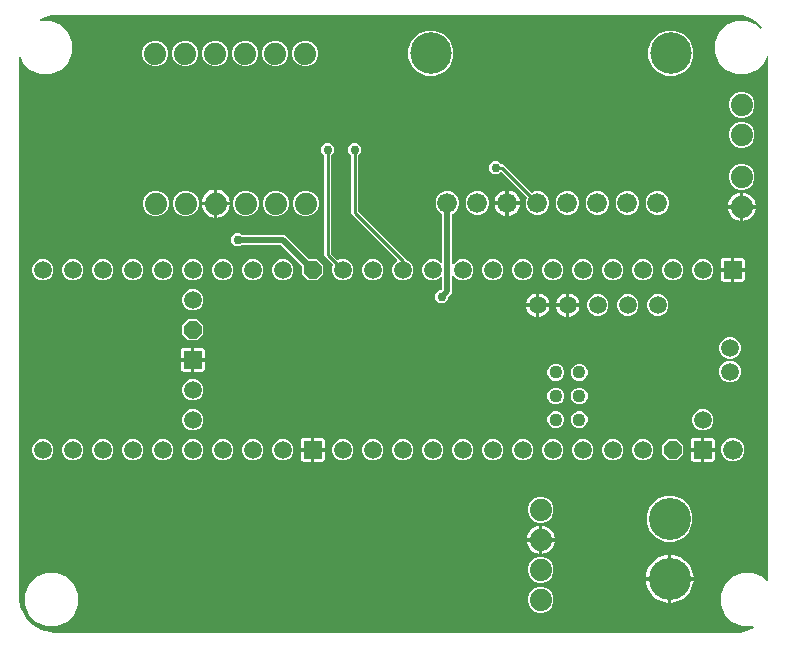
<source format=gbr>
G04 EAGLE Gerber RS-274X export*
G75*
%MOMM*%
%FSLAX34Y34*%
%LPD*%
%INBottom Copper*%
%IPPOS*%
%AMOC8*
5,1,8,0,0,1.08239X$1,22.5*%
G01*
%ADD10R,1.508000X1.508000*%
%ADD11C,1.676400*%
%ADD12P,1.632244X8X292.500000*%
%ADD13C,1.508000*%
%ADD14C,1.108000*%
%ADD15C,3.516000*%
%ADD16C,1.879600*%
%ADD17C,3.556000*%
%ADD18C,0.508000*%
%ADD19C,0.756400*%
%ADD20C,0.254000*%

G36*
X770795Y416693D02*
X770795Y416693D01*
X770866Y416695D01*
X773964Y417116D01*
X773987Y417123D01*
X774109Y417150D01*
X780385Y419310D01*
X780399Y419318D01*
X780414Y419321D01*
X780563Y419399D01*
X782116Y420447D01*
X782132Y420462D01*
X782151Y420472D01*
X782221Y420545D01*
X782295Y420616D01*
X782306Y420634D01*
X782320Y420650D01*
X782363Y420742D01*
X782411Y420832D01*
X782415Y420854D01*
X782424Y420873D01*
X782435Y420974D01*
X782452Y421075D01*
X782449Y421096D01*
X782451Y421117D01*
X782429Y421217D01*
X782413Y421318D01*
X782403Y421337D01*
X782399Y421358D01*
X782346Y421445D01*
X782299Y421536D01*
X782284Y421551D01*
X782273Y421569D01*
X782195Y421635D01*
X782121Y421706D01*
X782102Y421715D01*
X782086Y421729D01*
X781991Y421767D01*
X781899Y421810D01*
X781877Y421813D01*
X781858Y421821D01*
X781691Y421839D01*
X772733Y421839D01*
X764404Y425289D01*
X758029Y431664D01*
X754579Y439993D01*
X754579Y449007D01*
X758029Y457336D01*
X764404Y463711D01*
X772733Y467161D01*
X781747Y467161D01*
X790076Y463711D01*
X793593Y460194D01*
X793651Y460153D01*
X793703Y460103D01*
X793750Y460081D01*
X793792Y460051D01*
X793861Y460030D01*
X793926Y460000D01*
X793978Y459994D01*
X794028Y459978D01*
X794099Y459980D01*
X794170Y459972D01*
X794221Y459983D01*
X794273Y459985D01*
X794341Y460009D01*
X794411Y460025D01*
X794456Y460051D01*
X794504Y460069D01*
X794560Y460114D01*
X794622Y460151D01*
X794656Y460190D01*
X794696Y460223D01*
X794735Y460283D01*
X794782Y460338D01*
X794801Y460386D01*
X794829Y460430D01*
X794847Y460499D01*
X794874Y460566D01*
X794882Y460637D01*
X794890Y460668D01*
X794888Y460692D01*
X794892Y460733D01*
X794892Y903698D01*
X794877Y903794D01*
X794867Y903891D01*
X794857Y903915D01*
X794853Y903941D01*
X794807Y904027D01*
X794767Y904116D01*
X794750Y904135D01*
X794737Y904158D01*
X794667Y904225D01*
X794601Y904297D01*
X794578Y904310D01*
X794559Y904328D01*
X794471Y904369D01*
X794385Y904416D01*
X794360Y904420D01*
X794336Y904431D01*
X794239Y904442D01*
X794143Y904459D01*
X794117Y904456D01*
X794092Y904458D01*
X793996Y904438D01*
X793900Y904424D01*
X793877Y904412D01*
X793851Y904406D01*
X793768Y904356D01*
X793681Y904312D01*
X793662Y904293D01*
X793640Y904280D01*
X793577Y904206D01*
X793509Y904136D01*
X793493Y904108D01*
X793480Y904093D01*
X793468Y904062D01*
X793428Y903990D01*
X791371Y899024D01*
X784996Y892649D01*
X776667Y889199D01*
X767653Y889199D01*
X759324Y892649D01*
X752949Y899024D01*
X749499Y907353D01*
X749499Y916367D01*
X752949Y924696D01*
X759324Y931071D01*
X767653Y934521D01*
X776667Y934521D01*
X784996Y931071D01*
X787881Y928186D01*
X787950Y928136D01*
X788014Y928080D01*
X788050Y928065D01*
X788081Y928042D01*
X788162Y928017D01*
X788241Y927984D01*
X788279Y927981D01*
X788316Y927970D01*
X788401Y927972D01*
X788486Y927966D01*
X788523Y927975D01*
X788562Y927976D01*
X788642Y928006D01*
X788724Y928027D01*
X788757Y928047D01*
X788793Y928061D01*
X788859Y928114D01*
X788931Y928160D01*
X788955Y928190D01*
X788985Y928214D01*
X789031Y928286D01*
X789084Y928353D01*
X789097Y928389D01*
X789118Y928421D01*
X789139Y928504D01*
X789168Y928584D01*
X789169Y928622D01*
X789178Y928660D01*
X789171Y928745D01*
X789173Y928830D01*
X789162Y928867D01*
X789159Y928905D01*
X789126Y928983D01*
X789100Y929065D01*
X789073Y929107D01*
X789063Y929131D01*
X789034Y929167D01*
X789009Y929205D01*
X786486Y932297D01*
X786474Y932307D01*
X786466Y932320D01*
X786341Y932433D01*
X780666Y936523D01*
X780652Y936530D01*
X780640Y936541D01*
X780491Y936617D01*
X773950Y939099D01*
X773927Y939103D01*
X773806Y939138D01*
X770684Y939662D01*
X770651Y939662D01*
X770558Y939672D01*
X191162Y939672D01*
X191133Y939668D01*
X191075Y939667D01*
X187632Y939271D01*
X187601Y939262D01*
X187506Y939246D01*
X180542Y937221D01*
X180541Y937221D01*
X180540Y937220D01*
X180385Y937156D01*
X178211Y935947D01*
X178169Y935914D01*
X178121Y935888D01*
X178073Y935838D01*
X178018Y935795D01*
X177989Y935749D01*
X177952Y935710D01*
X177922Y935647D01*
X177884Y935589D01*
X177871Y935536D01*
X177848Y935487D01*
X177840Y935418D01*
X177823Y935350D01*
X177827Y935296D01*
X177821Y935243D01*
X177836Y935175D01*
X177841Y935105D01*
X177862Y935055D01*
X177873Y935002D01*
X177909Y934942D01*
X177936Y934878D01*
X177972Y934838D01*
X177999Y934791D01*
X178052Y934746D01*
X178098Y934693D01*
X178145Y934666D01*
X178186Y934631D01*
X178251Y934605D01*
X178311Y934570D01*
X178364Y934559D01*
X178414Y934539D01*
X178524Y934527D01*
X178552Y934521D01*
X178563Y934523D01*
X178581Y934521D01*
X187387Y934521D01*
X195716Y931071D01*
X202091Y924696D01*
X205541Y916367D01*
X205541Y907353D01*
X202091Y899024D01*
X195716Y892649D01*
X187387Y889199D01*
X178373Y889199D01*
X170044Y892649D01*
X163669Y899024D01*
X161659Y903877D01*
X161597Y903977D01*
X161534Y904080D01*
X161531Y904083D01*
X161529Y904086D01*
X161437Y904162D01*
X161346Y904239D01*
X161343Y904240D01*
X161340Y904243D01*
X161229Y904285D01*
X161117Y904329D01*
X161114Y904329D01*
X161110Y904331D01*
X160992Y904336D01*
X160872Y904342D01*
X160868Y904341D01*
X160865Y904341D01*
X160750Y904308D01*
X160635Y904276D01*
X160632Y904274D01*
X160628Y904273D01*
X160530Y904204D01*
X160432Y904137D01*
X160429Y904135D01*
X160426Y904132D01*
X160354Y904036D01*
X160283Y903942D01*
X160282Y903938D01*
X160279Y903935D01*
X160242Y903821D01*
X160204Y903708D01*
X160204Y903704D01*
X160203Y903701D01*
X160203Y903688D01*
X160196Y903541D01*
X160250Y902618D01*
X160190Y902446D01*
X160182Y902403D01*
X160166Y902363D01*
X160150Y902216D01*
X160148Y902203D01*
X160148Y902200D01*
X160148Y902196D01*
X160148Y447220D01*
X160151Y447202D01*
X160149Y447171D01*
X160404Y443285D01*
X160409Y443261D01*
X160428Y443137D01*
X162440Y435630D01*
X162446Y435616D01*
X162449Y435600D01*
X162516Y435447D01*
X166402Y428716D01*
X166412Y428704D01*
X166418Y428689D01*
X166523Y428558D01*
X172018Y423063D01*
X172031Y423054D01*
X172041Y423041D01*
X172176Y422942D01*
X178907Y419056D01*
X178921Y419050D01*
X178934Y419041D01*
X179090Y418980D01*
X186597Y416968D01*
X186621Y416966D01*
X186745Y416944D01*
X190631Y416689D01*
X190649Y416691D01*
X190680Y416688D01*
X770763Y416688D01*
X770795Y416693D01*
G37*
%LPC*%
G36*
X183453Y421839D02*
X183453Y421839D01*
X175124Y425289D01*
X168749Y431664D01*
X165299Y439993D01*
X165299Y449007D01*
X168749Y457336D01*
X175124Y463711D01*
X183453Y467161D01*
X192467Y467161D01*
X200796Y463711D01*
X207171Y457336D01*
X210621Y449007D01*
X210621Y439993D01*
X207171Y431664D01*
X200796Y425289D01*
X192467Y421839D01*
X183453Y421839D01*
G37*
%LPD*%
%LPC*%
G36*
X515962Y695733D02*
X515962Y695733D01*
X512853Y698842D01*
X512853Y703238D01*
X515962Y706347D01*
X517403Y706347D01*
X517493Y706361D01*
X517584Y706369D01*
X517614Y706381D01*
X517646Y706386D01*
X517726Y706429D01*
X517810Y706465D01*
X517842Y706491D01*
X517863Y706502D01*
X517885Y706525D01*
X517941Y706570D01*
X518698Y707327D01*
X518751Y707401D01*
X518811Y707470D01*
X518823Y707500D01*
X518842Y707526D01*
X518869Y707613D01*
X518903Y707698D01*
X518907Y707739D01*
X518914Y707762D01*
X518913Y707794D01*
X518921Y707865D01*
X518921Y717624D01*
X518910Y717695D01*
X518908Y717766D01*
X518890Y717815D01*
X518882Y717867D01*
X518848Y717930D01*
X518823Y717997D01*
X518791Y718038D01*
X518766Y718084D01*
X518714Y718133D01*
X518670Y718189D01*
X518626Y718218D01*
X518588Y718253D01*
X518523Y718284D01*
X518463Y718322D01*
X518412Y718335D01*
X518365Y718357D01*
X518294Y718365D01*
X518224Y718383D01*
X518172Y718378D01*
X518121Y718384D01*
X518050Y718369D01*
X517979Y718363D01*
X517931Y718343D01*
X517880Y718332D01*
X517819Y718295D01*
X517753Y718267D01*
X517697Y718222D01*
X517669Y718206D01*
X517654Y718188D01*
X517622Y718162D01*
X515675Y716215D01*
X512343Y714835D01*
X508737Y714835D01*
X505405Y716215D01*
X502855Y718765D01*
X501475Y722097D01*
X501475Y725703D01*
X502855Y729035D01*
X505405Y731585D01*
X508737Y732965D01*
X512343Y732965D01*
X515675Y731585D01*
X517622Y729638D01*
X517680Y729596D01*
X517732Y729547D01*
X517779Y729525D01*
X517821Y729494D01*
X517890Y729473D01*
X517955Y729443D01*
X518007Y729437D01*
X518057Y729422D01*
X518128Y729424D01*
X518199Y729416D01*
X518250Y729427D01*
X518302Y729428D01*
X518370Y729453D01*
X518440Y729468D01*
X518485Y729495D01*
X518533Y729513D01*
X518589Y729558D01*
X518651Y729594D01*
X518685Y729634D01*
X518725Y729666D01*
X518764Y729727D01*
X518811Y729781D01*
X518830Y729829D01*
X518858Y729873D01*
X518876Y729943D01*
X518903Y730009D01*
X518911Y730081D01*
X518919Y730112D01*
X518917Y730135D01*
X518921Y730176D01*
X518921Y770740D01*
X518902Y770855D01*
X518885Y770971D01*
X518883Y770977D01*
X518882Y770983D01*
X518827Y771085D01*
X518774Y771190D01*
X518769Y771195D01*
X518766Y771200D01*
X518682Y771280D01*
X518598Y771362D01*
X518592Y771366D01*
X518588Y771370D01*
X518571Y771377D01*
X518451Y771443D01*
X517374Y771889D01*
X514587Y774676D01*
X513079Y778317D01*
X513079Y782259D01*
X514587Y785900D01*
X517374Y788687D01*
X521015Y790195D01*
X524957Y790195D01*
X528598Y788687D01*
X531385Y785900D01*
X532893Y782259D01*
X532893Y778317D01*
X531385Y774676D01*
X528598Y771889D01*
X527521Y771443D01*
X527421Y771382D01*
X527321Y771322D01*
X527317Y771317D01*
X527312Y771314D01*
X527237Y771224D01*
X527161Y771135D01*
X527159Y771129D01*
X527155Y771124D01*
X527113Y771016D01*
X527069Y770907D01*
X527068Y770899D01*
X527067Y770895D01*
X527066Y770876D01*
X527051Y770740D01*
X527051Y729668D01*
X527062Y729597D01*
X527064Y729526D01*
X527082Y729477D01*
X527090Y729425D01*
X527124Y729362D01*
X527149Y729295D01*
X527181Y729254D01*
X527206Y729208D01*
X527258Y729159D01*
X527302Y729103D01*
X527346Y729074D01*
X527384Y729039D01*
X527449Y729008D01*
X527509Y728970D01*
X527560Y728957D01*
X527607Y728935D01*
X527678Y728927D01*
X527748Y728909D01*
X527800Y728914D01*
X527851Y728908D01*
X527922Y728923D01*
X527993Y728929D01*
X528041Y728949D01*
X528092Y728960D01*
X528153Y728997D01*
X528219Y729025D01*
X528275Y729070D01*
X528303Y729086D01*
X528318Y729104D01*
X528350Y729130D01*
X530805Y731585D01*
X534137Y732965D01*
X537743Y732965D01*
X541075Y731585D01*
X543625Y729035D01*
X545005Y725703D01*
X545005Y722097D01*
X543625Y718765D01*
X541075Y716215D01*
X537743Y714835D01*
X534137Y714835D01*
X530805Y716215D01*
X528350Y718670D01*
X528292Y718712D01*
X528240Y718761D01*
X528193Y718783D01*
X528151Y718814D01*
X528082Y718835D01*
X528017Y718865D01*
X527965Y718871D01*
X527915Y718886D01*
X527844Y718884D01*
X527773Y718892D01*
X527722Y718881D01*
X527670Y718880D01*
X527602Y718855D01*
X527532Y718840D01*
X527487Y718813D01*
X527439Y718795D01*
X527383Y718750D01*
X527321Y718714D01*
X527287Y718674D01*
X527247Y718642D01*
X527208Y718581D01*
X527161Y718527D01*
X527142Y718479D01*
X527114Y718435D01*
X527096Y718365D01*
X527069Y718299D01*
X527061Y718227D01*
X527053Y718196D01*
X527055Y718173D01*
X527051Y718132D01*
X527051Y704182D01*
X523690Y700821D01*
X523637Y700747D01*
X523577Y700678D01*
X523565Y700648D01*
X523546Y700622D01*
X523519Y700535D01*
X523485Y700450D01*
X523481Y700409D01*
X523474Y700386D01*
X523475Y700354D01*
X523467Y700283D01*
X523467Y698842D01*
X520358Y695733D01*
X515962Y695733D01*
G37*
%LPD*%
%LPC*%
G36*
X707360Y493775D02*
X707360Y493775D01*
X700265Y496714D01*
X694834Y502145D01*
X691895Y509240D01*
X691895Y516920D01*
X694834Y524015D01*
X700265Y529446D01*
X707360Y532385D01*
X715040Y532385D01*
X722135Y529446D01*
X727566Y524015D01*
X730505Y516920D01*
X730505Y509240D01*
X727566Y502145D01*
X722135Y496714D01*
X715040Y493775D01*
X707360Y493775D01*
G37*
%LPD*%
%LPC*%
G36*
X708416Y888183D02*
X708416Y888183D01*
X701394Y891092D01*
X696020Y896466D01*
X693111Y903488D01*
X693111Y911088D01*
X696020Y918110D01*
X701394Y923484D01*
X708416Y926393D01*
X716016Y926393D01*
X723038Y923484D01*
X728412Y918110D01*
X731321Y911088D01*
X731321Y903488D01*
X728412Y896466D01*
X723038Y891092D01*
X716016Y888183D01*
X708416Y888183D01*
G37*
%LPD*%
%LPC*%
G36*
X505216Y888183D02*
X505216Y888183D01*
X498194Y891092D01*
X492820Y896466D01*
X489911Y903488D01*
X489911Y911088D01*
X492820Y918110D01*
X498194Y923484D01*
X505216Y926393D01*
X512816Y926393D01*
X519838Y923484D01*
X525212Y918110D01*
X528121Y911088D01*
X528121Y903488D01*
X525212Y896466D01*
X519838Y891092D01*
X512816Y888183D01*
X505216Y888183D01*
G37*
%LPD*%
%LPC*%
G36*
X483337Y714835D02*
X483337Y714835D01*
X480005Y716215D01*
X477455Y718765D01*
X476075Y722097D01*
X476075Y725703D01*
X477455Y729035D01*
X480026Y731605D01*
X480037Y731621D01*
X480053Y731634D01*
X480109Y731721D01*
X480169Y731805D01*
X480175Y731824D01*
X480186Y731841D01*
X480211Y731941D01*
X480242Y732040D01*
X480241Y732060D01*
X480246Y732079D01*
X480238Y732182D01*
X480235Y732286D01*
X480228Y732305D01*
X480227Y732325D01*
X480187Y732419D01*
X480151Y732517D01*
X480138Y732533D01*
X480131Y732551D01*
X480026Y732682D01*
X441705Y771002D01*
X441705Y820475D01*
X441691Y820565D01*
X441683Y820656D01*
X441671Y820685D01*
X441666Y820717D01*
X441623Y820798D01*
X441587Y820882D01*
X441561Y820914D01*
X441550Y820935D01*
X441527Y820957D01*
X441482Y821013D01*
X439193Y823302D01*
X439193Y827698D01*
X442302Y830807D01*
X446698Y830807D01*
X449807Y827698D01*
X449807Y823302D01*
X447518Y821013D01*
X447465Y820939D01*
X447405Y820869D01*
X447393Y820839D01*
X447374Y820813D01*
X447347Y820726D01*
X447313Y820641D01*
X447309Y820600D01*
X447302Y820578D01*
X447303Y820546D01*
X447295Y820475D01*
X447295Y773633D01*
X447309Y773543D01*
X447317Y773452D01*
X447329Y773422D01*
X447334Y773390D01*
X447377Y773310D01*
X447413Y773226D01*
X447439Y773194D01*
X447450Y773173D01*
X447473Y773151D01*
X447518Y773095D01*
X486075Y734538D01*
X488039Y732574D01*
X488092Y732535D01*
X488139Y732489D01*
X488212Y732449D01*
X488238Y732430D01*
X488257Y732424D01*
X488286Y732409D01*
X490275Y731585D01*
X492825Y729035D01*
X494205Y725703D01*
X494205Y722097D01*
X492825Y718765D01*
X490275Y716215D01*
X486943Y714835D01*
X483337Y714835D01*
G37*
%LPD*%
%LPC*%
G36*
X432537Y714835D02*
X432537Y714835D01*
X429205Y716215D01*
X426655Y718765D01*
X425275Y722097D01*
X425275Y725703D01*
X426050Y727573D01*
X426077Y727687D01*
X426105Y727800D01*
X426105Y727807D01*
X426106Y727813D01*
X426095Y727929D01*
X426086Y728046D01*
X426084Y728051D01*
X426083Y728058D01*
X426035Y728165D01*
X425990Y728272D01*
X425985Y728278D01*
X425983Y728282D01*
X425970Y728296D01*
X425885Y728403D01*
X418845Y735442D01*
X418845Y820475D01*
X418831Y820565D01*
X418823Y820656D01*
X418811Y820685D01*
X418806Y820717D01*
X418763Y820798D01*
X418727Y820882D01*
X418701Y820914D01*
X418690Y820935D01*
X418667Y820957D01*
X418622Y821013D01*
X416333Y823302D01*
X416333Y827698D01*
X419442Y830807D01*
X423838Y830807D01*
X426947Y827698D01*
X426947Y823302D01*
X424658Y821013D01*
X424605Y820939D01*
X424545Y820869D01*
X424533Y820839D01*
X424514Y820813D01*
X424487Y820726D01*
X424453Y820641D01*
X424449Y820600D01*
X424442Y820578D01*
X424443Y820546D01*
X424435Y820475D01*
X424435Y738073D01*
X424449Y737983D01*
X424457Y737892D01*
X424469Y737862D01*
X424474Y737830D01*
X424517Y737750D01*
X424553Y737666D01*
X424579Y737634D01*
X424590Y737613D01*
X424613Y737591D01*
X424658Y737535D01*
X429837Y732355D01*
X429932Y732287D01*
X430026Y732217D01*
X430032Y732215D01*
X430037Y732212D01*
X430148Y732177D01*
X430260Y732141D01*
X430266Y732141D01*
X430272Y732139D01*
X430389Y732142D01*
X430506Y732143D01*
X430513Y732145D01*
X430518Y732146D01*
X430535Y732152D01*
X430667Y732190D01*
X432537Y732965D01*
X436143Y732965D01*
X439475Y731585D01*
X442025Y729035D01*
X443405Y725703D01*
X443405Y722097D01*
X442025Y718765D01*
X439475Y716215D01*
X436143Y714835D01*
X432537Y714835D01*
G37*
%LPD*%
%LPC*%
G36*
X405185Y714835D02*
X405185Y714835D01*
X399875Y720145D01*
X399875Y726901D01*
X399861Y726991D01*
X399853Y727082D01*
X399841Y727112D01*
X399836Y727144D01*
X399793Y727224D01*
X399757Y727308D01*
X399731Y727340D01*
X399720Y727361D01*
X399697Y727383D01*
X399652Y727439D01*
X382079Y745012D01*
X382005Y745065D01*
X381936Y745125D01*
X381906Y745137D01*
X381880Y745156D01*
X381793Y745183D01*
X381708Y745217D01*
X381667Y745221D01*
X381644Y745228D01*
X381612Y745227D01*
X381541Y745235D01*
X349195Y745235D01*
X349105Y745221D01*
X349014Y745213D01*
X348985Y745201D01*
X348953Y745196D01*
X348872Y745153D01*
X348788Y745117D01*
X348756Y745091D01*
X348735Y745080D01*
X348713Y745057D01*
X348657Y745012D01*
X347638Y743993D01*
X343242Y743993D01*
X340133Y747102D01*
X340133Y751498D01*
X343242Y754607D01*
X347638Y754607D01*
X348657Y753588D01*
X348731Y753535D01*
X348801Y753475D01*
X348831Y753463D01*
X348857Y753444D01*
X348944Y753417D01*
X349029Y753383D01*
X349070Y753379D01*
X349092Y753372D01*
X349124Y753373D01*
X349195Y753365D01*
X385224Y753365D01*
X387828Y750761D01*
X405401Y733188D01*
X405475Y733135D01*
X405544Y733075D01*
X405574Y733063D01*
X405600Y733044D01*
X405687Y733017D01*
X405772Y732983D01*
X405813Y732979D01*
X405835Y732972D01*
X405868Y732973D01*
X405939Y732965D01*
X412695Y732965D01*
X418005Y727655D01*
X418005Y720145D01*
X412695Y714835D01*
X405185Y714835D01*
G37*
%LPD*%
%LPC*%
G36*
X597215Y770381D02*
X597215Y770381D01*
X593574Y771889D01*
X590787Y774676D01*
X589279Y778317D01*
X589279Y782259D01*
X590251Y784606D01*
X590278Y784719D01*
X590307Y784833D01*
X590306Y784839D01*
X590308Y784845D01*
X590297Y784962D01*
X590288Y785078D01*
X590285Y785084D01*
X590285Y785090D01*
X590237Y785198D01*
X590191Y785304D01*
X590187Y785310D01*
X590185Y785315D01*
X590172Y785328D01*
X590086Y785435D01*
X568862Y806660D01*
X568845Y806672D01*
X568833Y806687D01*
X568746Y806743D01*
X568662Y806804D01*
X568643Y806809D01*
X568626Y806820D01*
X568525Y806846D01*
X568427Y806876D01*
X568407Y806875D01*
X568387Y806880D01*
X568284Y806872D01*
X568181Y806870D01*
X568162Y806863D01*
X568142Y806861D01*
X568047Y806821D01*
X567950Y806785D01*
X567934Y806773D01*
X567916Y806765D01*
X567785Y806660D01*
X566078Y804953D01*
X561682Y804953D01*
X558573Y808062D01*
X558573Y812458D01*
X561682Y815567D01*
X566078Y815567D01*
X568367Y813278D01*
X568441Y813225D01*
X568511Y813165D01*
X568541Y813153D01*
X568567Y813134D01*
X568654Y813107D01*
X568739Y813073D01*
X568780Y813069D01*
X568802Y813062D01*
X568834Y813063D01*
X568905Y813055D01*
X570372Y813055D01*
X594039Y789388D01*
X594133Y789320D01*
X594227Y789250D01*
X594233Y789248D01*
X594239Y789244D01*
X594349Y789210D01*
X594461Y789173D01*
X594468Y789174D01*
X594474Y789172D01*
X594590Y789175D01*
X594707Y789176D01*
X594714Y789178D01*
X594719Y789178D01*
X594737Y789184D01*
X594868Y789223D01*
X597215Y790195D01*
X601157Y790195D01*
X604798Y788687D01*
X607585Y785900D01*
X609093Y782259D01*
X609093Y778317D01*
X607585Y774676D01*
X604798Y771889D01*
X601157Y770381D01*
X597215Y770381D01*
G37*
%LPD*%
%LPC*%
G36*
X769987Y827277D02*
X769987Y827277D01*
X765973Y828940D01*
X762900Y832013D01*
X761237Y836027D01*
X761237Y840373D01*
X762900Y844387D01*
X765973Y847460D01*
X769987Y849123D01*
X774333Y849123D01*
X778347Y847460D01*
X781420Y844387D01*
X783083Y840373D01*
X783083Y836027D01*
X781420Y832013D01*
X778347Y828940D01*
X774333Y827277D01*
X769987Y827277D01*
G37*
%LPD*%
%LPC*%
G36*
X769987Y852677D02*
X769987Y852677D01*
X765973Y854340D01*
X762900Y857413D01*
X761237Y861427D01*
X761237Y865773D01*
X762900Y869787D01*
X765973Y872860D01*
X769987Y874523D01*
X774333Y874523D01*
X778347Y872860D01*
X781420Y869787D01*
X783083Y865773D01*
X783083Y861427D01*
X781420Y857413D01*
X778347Y854340D01*
X774333Y852677D01*
X769987Y852677D01*
G37*
%LPD*%
%LPC*%
G36*
X273671Y895984D02*
X273671Y895984D01*
X269657Y897647D01*
X266584Y900720D01*
X264921Y904734D01*
X264921Y909080D01*
X266584Y913094D01*
X269657Y916167D01*
X273671Y917830D01*
X278017Y917830D01*
X282031Y916167D01*
X285104Y913094D01*
X286767Y909080D01*
X286767Y904734D01*
X285104Y900720D01*
X282031Y897647D01*
X278017Y895984D01*
X273671Y895984D01*
G37*
%LPD*%
%LPC*%
G36*
X349871Y895984D02*
X349871Y895984D01*
X345857Y897647D01*
X342784Y900720D01*
X341121Y904734D01*
X341121Y909080D01*
X342784Y913094D01*
X345857Y916167D01*
X349871Y917830D01*
X354217Y917830D01*
X358231Y916167D01*
X361304Y913094D01*
X362967Y909080D01*
X362967Y904734D01*
X361304Y900720D01*
X358231Y897647D01*
X354217Y895984D01*
X349871Y895984D01*
G37*
%LPD*%
%LPC*%
G36*
X769987Y791717D02*
X769987Y791717D01*
X765973Y793380D01*
X762900Y796453D01*
X761237Y800467D01*
X761237Y804813D01*
X762900Y808827D01*
X765973Y811900D01*
X769987Y813563D01*
X774333Y813563D01*
X778347Y811900D01*
X781420Y808827D01*
X783083Y804813D01*
X783083Y800467D01*
X781420Y796453D01*
X778347Y793380D01*
X774333Y791717D01*
X769987Y791717D01*
G37*
%LPD*%
%LPC*%
G36*
X400671Y895984D02*
X400671Y895984D01*
X396657Y897647D01*
X393584Y900720D01*
X391921Y904734D01*
X391921Y909080D01*
X393584Y913094D01*
X396657Y916167D01*
X400671Y917830D01*
X405017Y917830D01*
X409031Y916167D01*
X412104Y913094D01*
X413767Y909080D01*
X413767Y904734D01*
X412104Y900720D01*
X409031Y897647D01*
X405017Y895984D01*
X400671Y895984D01*
G37*
%LPD*%
%LPC*%
G36*
X599807Y433577D02*
X599807Y433577D01*
X595793Y435240D01*
X592720Y438313D01*
X591057Y442327D01*
X591057Y446673D01*
X592720Y450687D01*
X595793Y453760D01*
X599807Y455423D01*
X604153Y455423D01*
X608167Y453760D01*
X611240Y450687D01*
X612903Y446673D01*
X612903Y442327D01*
X611240Y438313D01*
X608167Y435240D01*
X604153Y433577D01*
X599807Y433577D01*
G37*
%LPD*%
%LPC*%
G36*
X324471Y895984D02*
X324471Y895984D01*
X320457Y897647D01*
X317384Y900720D01*
X315721Y904734D01*
X315721Y909080D01*
X317384Y913094D01*
X320457Y916167D01*
X324471Y917830D01*
X328817Y917830D01*
X332831Y916167D01*
X335904Y913094D01*
X337567Y909080D01*
X337567Y904734D01*
X335904Y900720D01*
X332831Y897647D01*
X328817Y895984D01*
X324471Y895984D01*
G37*
%LPD*%
%LPC*%
G36*
X599807Y458977D02*
X599807Y458977D01*
X595793Y460640D01*
X592720Y463713D01*
X591057Y467727D01*
X591057Y472073D01*
X592720Y476087D01*
X595793Y479160D01*
X599807Y480823D01*
X604153Y480823D01*
X608167Y479160D01*
X611240Y476087D01*
X612903Y472073D01*
X612903Y467727D01*
X611240Y463713D01*
X608167Y460640D01*
X604153Y458977D01*
X599807Y458977D01*
G37*
%LPD*%
%LPC*%
G36*
X400925Y768984D02*
X400925Y768984D01*
X396911Y770647D01*
X393838Y773720D01*
X392175Y777734D01*
X392175Y782080D01*
X393838Y786094D01*
X396911Y789167D01*
X400925Y790830D01*
X405271Y790830D01*
X409285Y789167D01*
X412358Y786094D01*
X414021Y782080D01*
X414021Y777734D01*
X412358Y773720D01*
X409285Y770647D01*
X405271Y768984D01*
X400925Y768984D01*
G37*
%LPD*%
%LPC*%
G36*
X375525Y768984D02*
X375525Y768984D01*
X371511Y770647D01*
X368438Y773720D01*
X366775Y777734D01*
X366775Y782080D01*
X368438Y786094D01*
X371511Y789167D01*
X375525Y790830D01*
X379871Y790830D01*
X383885Y789167D01*
X386958Y786094D01*
X388621Y782080D01*
X388621Y777734D01*
X386958Y773720D01*
X383885Y770647D01*
X379871Y768984D01*
X375525Y768984D01*
G37*
%LPD*%
%LPC*%
G36*
X350125Y768984D02*
X350125Y768984D01*
X346111Y770647D01*
X343038Y773720D01*
X341375Y777734D01*
X341375Y782080D01*
X343038Y786094D01*
X346111Y789167D01*
X350125Y790830D01*
X354471Y790830D01*
X358485Y789167D01*
X361558Y786094D01*
X363221Y782080D01*
X363221Y777734D01*
X361558Y773720D01*
X358485Y770647D01*
X354471Y768984D01*
X350125Y768984D01*
G37*
%LPD*%
%LPC*%
G36*
X299325Y768984D02*
X299325Y768984D01*
X295311Y770647D01*
X292238Y773720D01*
X290575Y777734D01*
X290575Y782080D01*
X292238Y786094D01*
X295311Y789167D01*
X299325Y790830D01*
X303671Y790830D01*
X307685Y789167D01*
X310758Y786094D01*
X312421Y782080D01*
X312421Y777734D01*
X310758Y773720D01*
X307685Y770647D01*
X303671Y768984D01*
X299325Y768984D01*
G37*
%LPD*%
%LPC*%
G36*
X273925Y768984D02*
X273925Y768984D01*
X269911Y770647D01*
X266838Y773720D01*
X265175Y777734D01*
X265175Y782080D01*
X266838Y786094D01*
X269911Y789167D01*
X273925Y790830D01*
X278271Y790830D01*
X282285Y789167D01*
X285358Y786094D01*
X287021Y782080D01*
X287021Y777734D01*
X285358Y773720D01*
X282285Y770647D01*
X278271Y768984D01*
X273925Y768984D01*
G37*
%LPD*%
%LPC*%
G36*
X299071Y895984D02*
X299071Y895984D01*
X295057Y897647D01*
X291984Y900720D01*
X290321Y904734D01*
X290321Y909080D01*
X291984Y913094D01*
X295057Y916167D01*
X299071Y917830D01*
X303417Y917830D01*
X307431Y916167D01*
X310504Y913094D01*
X312167Y909080D01*
X312167Y904734D01*
X310504Y900720D01*
X307431Y897647D01*
X303417Y895984D01*
X299071Y895984D01*
G37*
%LPD*%
%LPC*%
G36*
X375271Y895984D02*
X375271Y895984D01*
X371257Y897647D01*
X368184Y900720D01*
X366521Y904734D01*
X366521Y909080D01*
X368184Y913094D01*
X371257Y916167D01*
X375271Y917830D01*
X379617Y917830D01*
X383631Y916167D01*
X386704Y913094D01*
X388367Y909080D01*
X388367Y904734D01*
X386704Y900720D01*
X383631Y897647D01*
X379617Y895984D01*
X375271Y895984D01*
G37*
%LPD*%
%LPC*%
G36*
X599807Y509777D02*
X599807Y509777D01*
X595793Y511440D01*
X592720Y514513D01*
X591057Y518527D01*
X591057Y522873D01*
X592720Y526887D01*
X595793Y529960D01*
X599807Y531623D01*
X604153Y531623D01*
X608167Y529960D01*
X611240Y526887D01*
X612903Y522873D01*
X612903Y518527D01*
X611240Y514513D01*
X608167Y511440D01*
X604153Y509777D01*
X599807Y509777D01*
G37*
%LPD*%
%LPC*%
G36*
X673415Y770381D02*
X673415Y770381D01*
X669774Y771889D01*
X666987Y774676D01*
X665479Y778317D01*
X665479Y782259D01*
X666987Y785900D01*
X669774Y788687D01*
X673415Y790195D01*
X677357Y790195D01*
X680998Y788687D01*
X683785Y785900D01*
X685293Y782259D01*
X685293Y778317D01*
X683785Y774676D01*
X680998Y771889D01*
X677357Y770381D01*
X673415Y770381D01*
G37*
%LPD*%
%LPC*%
G36*
X698815Y770381D02*
X698815Y770381D01*
X695174Y771889D01*
X692387Y774676D01*
X690879Y778317D01*
X690879Y782259D01*
X692387Y785900D01*
X695174Y788687D01*
X698815Y790195D01*
X702757Y790195D01*
X706398Y788687D01*
X709185Y785900D01*
X710693Y782259D01*
X710693Y778317D01*
X709185Y774676D01*
X706398Y771889D01*
X702757Y770381D01*
X698815Y770381D01*
G37*
%LPD*%
%LPC*%
G36*
X546415Y770381D02*
X546415Y770381D01*
X542774Y771889D01*
X539987Y774676D01*
X538479Y778317D01*
X538479Y782259D01*
X539987Y785900D01*
X542774Y788687D01*
X546415Y790195D01*
X550357Y790195D01*
X553998Y788687D01*
X556785Y785900D01*
X558293Y782259D01*
X558293Y778317D01*
X556785Y774676D01*
X553998Y771889D01*
X550357Y770381D01*
X546415Y770381D01*
G37*
%LPD*%
%LPC*%
G36*
X762569Y561593D02*
X762569Y561593D01*
X758928Y563101D01*
X756141Y565888D01*
X754633Y569529D01*
X754633Y573471D01*
X756141Y577112D01*
X758928Y579899D01*
X762569Y581407D01*
X766511Y581407D01*
X770152Y579899D01*
X772939Y577112D01*
X774447Y573471D01*
X774447Y569529D01*
X772939Y565888D01*
X770152Y563101D01*
X766511Y561593D01*
X762569Y561593D01*
G37*
%LPD*%
%LPC*%
G36*
X622615Y770381D02*
X622615Y770381D01*
X618974Y771889D01*
X616187Y774676D01*
X614679Y778317D01*
X614679Y782259D01*
X616187Y785900D01*
X618974Y788687D01*
X622615Y790195D01*
X626557Y790195D01*
X630198Y788687D01*
X632985Y785900D01*
X634493Y782259D01*
X634493Y778317D01*
X632985Y774676D01*
X630198Y771889D01*
X626557Y770381D01*
X622615Y770381D01*
G37*
%LPD*%
%LPC*%
G36*
X648015Y770381D02*
X648015Y770381D01*
X644374Y771889D01*
X641587Y774676D01*
X640079Y778317D01*
X640079Y782259D01*
X641587Y785900D01*
X644374Y788687D01*
X648015Y790195D01*
X651957Y790195D01*
X655598Y788687D01*
X658385Y785900D01*
X659893Y782259D01*
X659893Y778317D01*
X658385Y774676D01*
X655598Y771889D01*
X651957Y770381D01*
X648015Y770381D01*
G37*
%LPD*%
%LPC*%
G36*
X709985Y562435D02*
X709985Y562435D01*
X704675Y567745D01*
X704675Y575255D01*
X709985Y580565D01*
X717495Y580565D01*
X722805Y575255D01*
X722805Y567745D01*
X717495Y562435D01*
X709985Y562435D01*
G37*
%LPD*%
%LPC*%
G36*
X303585Y664035D02*
X303585Y664035D01*
X298275Y669345D01*
X298275Y676855D01*
X303585Y682165D01*
X311095Y682165D01*
X316405Y676855D01*
X316405Y669345D01*
X311095Y664035D01*
X303585Y664035D01*
G37*
%LPD*%
%LPC*%
G36*
X712723Y463803D02*
X712723Y463803D01*
X712723Y482576D01*
X715173Y482253D01*
X717746Y481564D01*
X720207Y480544D01*
X722514Y479212D01*
X724627Y477591D01*
X726511Y475707D01*
X728132Y473594D01*
X729464Y471287D01*
X730484Y468826D01*
X731173Y466253D01*
X731496Y463803D01*
X712723Y463803D01*
G37*
%LPD*%
%LPC*%
G36*
X690904Y463803D02*
X690904Y463803D01*
X691227Y466253D01*
X691916Y468826D01*
X692936Y471287D01*
X694268Y473594D01*
X695889Y475707D01*
X697773Y477591D01*
X699886Y479212D01*
X702193Y480544D01*
X704654Y481564D01*
X707227Y482253D01*
X709677Y482576D01*
X709677Y463803D01*
X690904Y463803D01*
G37*
%LPD*%
%LPC*%
G36*
X712723Y460757D02*
X712723Y460757D01*
X731496Y460757D01*
X731173Y458307D01*
X730484Y455734D01*
X729464Y453273D01*
X728132Y450966D01*
X726511Y448853D01*
X724627Y446969D01*
X722514Y445348D01*
X720207Y444016D01*
X717746Y442996D01*
X715173Y442307D01*
X712723Y441984D01*
X712723Y460757D01*
G37*
%LPD*%
%LPC*%
G36*
X707227Y442307D02*
X707227Y442307D01*
X704654Y442996D01*
X702193Y444016D01*
X699886Y445348D01*
X697773Y446969D01*
X695889Y448853D01*
X694268Y450966D01*
X692936Y453273D01*
X691916Y455734D01*
X691227Y458307D01*
X690904Y460757D01*
X709677Y460757D01*
X709677Y441984D01*
X707227Y442307D01*
G37*
%LPD*%
%LPC*%
G36*
X673837Y684835D02*
X673837Y684835D01*
X670505Y686215D01*
X667955Y688765D01*
X666575Y692097D01*
X666575Y695703D01*
X667955Y699035D01*
X670505Y701585D01*
X673837Y702965D01*
X677443Y702965D01*
X680775Y701585D01*
X683325Y699035D01*
X684705Y695703D01*
X684705Y692097D01*
X683325Y688765D01*
X680775Y686215D01*
X677443Y684835D01*
X673837Y684835D01*
G37*
%LPD*%
%LPC*%
G36*
X280137Y562435D02*
X280137Y562435D01*
X276805Y563815D01*
X274255Y566365D01*
X272875Y569697D01*
X272875Y573303D01*
X274255Y576635D01*
X276805Y579185D01*
X280137Y580565D01*
X283743Y580565D01*
X287075Y579185D01*
X289625Y576635D01*
X291005Y573303D01*
X291005Y569697D01*
X289625Y566365D01*
X287075Y563815D01*
X283743Y562435D01*
X280137Y562435D01*
G37*
%LPD*%
%LPC*%
G36*
X305537Y587835D02*
X305537Y587835D01*
X302205Y589215D01*
X299655Y591765D01*
X298275Y595097D01*
X298275Y598703D01*
X299655Y602035D01*
X302205Y604585D01*
X305537Y605965D01*
X309143Y605965D01*
X312475Y604585D01*
X315025Y602035D01*
X316405Y598703D01*
X316405Y595097D01*
X315025Y591765D01*
X312475Y589215D01*
X309143Y587835D01*
X305537Y587835D01*
G37*
%LPD*%
%LPC*%
G36*
X737337Y587835D02*
X737337Y587835D01*
X734005Y589215D01*
X731455Y591765D01*
X730075Y595097D01*
X730075Y598703D01*
X731455Y602035D01*
X734005Y604585D01*
X737337Y605965D01*
X740943Y605965D01*
X744275Y604585D01*
X746825Y602035D01*
X748205Y598703D01*
X748205Y595097D01*
X746825Y591765D01*
X744275Y589215D01*
X740943Y587835D01*
X737337Y587835D01*
G37*
%LPD*%
%LPC*%
G36*
X305537Y613235D02*
X305537Y613235D01*
X302205Y614615D01*
X299655Y617165D01*
X298275Y620497D01*
X298275Y624103D01*
X299655Y627435D01*
X302205Y629985D01*
X305537Y631365D01*
X309143Y631365D01*
X312475Y629985D01*
X315025Y627435D01*
X316405Y624103D01*
X316405Y620497D01*
X315025Y617165D01*
X312475Y614615D01*
X309143Y613235D01*
X305537Y613235D01*
G37*
%LPD*%
%LPC*%
G36*
X610337Y714835D02*
X610337Y714835D01*
X607005Y716215D01*
X604455Y718765D01*
X603075Y722097D01*
X603075Y725703D01*
X604455Y729035D01*
X607005Y731585D01*
X610337Y732965D01*
X613943Y732965D01*
X617275Y731585D01*
X619825Y729035D01*
X621205Y725703D01*
X621205Y722097D01*
X619825Y718765D01*
X617275Y716215D01*
X613943Y714835D01*
X610337Y714835D01*
G37*
%LPD*%
%LPC*%
G36*
X457937Y714835D02*
X457937Y714835D01*
X454605Y716215D01*
X452055Y718765D01*
X450675Y722097D01*
X450675Y725703D01*
X452055Y729035D01*
X454605Y731585D01*
X457937Y732965D01*
X461543Y732965D01*
X464875Y731585D01*
X467425Y729035D01*
X468805Y725703D01*
X468805Y722097D01*
X467425Y718765D01*
X464875Y716215D01*
X461543Y714835D01*
X457937Y714835D01*
G37*
%LPD*%
%LPC*%
G36*
X254737Y714835D02*
X254737Y714835D01*
X251405Y716215D01*
X248855Y718765D01*
X247475Y722097D01*
X247475Y725703D01*
X248855Y729035D01*
X251405Y731585D01*
X254737Y732965D01*
X258343Y732965D01*
X261675Y731585D01*
X264225Y729035D01*
X265605Y725703D01*
X265605Y722097D01*
X264225Y718765D01*
X261675Y716215D01*
X258343Y714835D01*
X254737Y714835D01*
G37*
%LPD*%
%LPC*%
G36*
X356337Y714835D02*
X356337Y714835D01*
X353005Y716215D01*
X350455Y718765D01*
X349075Y722097D01*
X349075Y725703D01*
X350455Y729035D01*
X353005Y731585D01*
X356337Y732965D01*
X359943Y732965D01*
X363275Y731585D01*
X365825Y729035D01*
X367205Y725703D01*
X367205Y722097D01*
X365825Y718765D01*
X363275Y716215D01*
X359943Y714835D01*
X356337Y714835D01*
G37*
%LPD*%
%LPC*%
G36*
X381737Y714835D02*
X381737Y714835D01*
X378405Y716215D01*
X375855Y718765D01*
X374475Y722097D01*
X374475Y725703D01*
X375855Y729035D01*
X378405Y731585D01*
X381737Y732965D01*
X385343Y732965D01*
X388675Y731585D01*
X391225Y729035D01*
X392605Y725703D01*
X392605Y722097D01*
X391225Y718765D01*
X388675Y716215D01*
X385343Y714835D01*
X381737Y714835D01*
G37*
%LPD*%
%LPC*%
G36*
X305537Y714835D02*
X305537Y714835D01*
X302205Y716215D01*
X299655Y718765D01*
X298275Y722097D01*
X298275Y725703D01*
X299655Y729035D01*
X302205Y731585D01*
X305537Y732965D01*
X309143Y732965D01*
X312475Y731585D01*
X315025Y729035D01*
X316405Y725703D01*
X316405Y722097D01*
X315025Y718765D01*
X312475Y716215D01*
X309143Y714835D01*
X305537Y714835D01*
G37*
%LPD*%
%LPC*%
G36*
X178537Y714835D02*
X178537Y714835D01*
X175205Y716215D01*
X172655Y718765D01*
X171275Y722097D01*
X171275Y725703D01*
X172655Y729035D01*
X175205Y731585D01*
X178537Y732965D01*
X182143Y732965D01*
X185475Y731585D01*
X188025Y729035D01*
X189405Y725703D01*
X189405Y722097D01*
X188025Y718765D01*
X185475Y716215D01*
X182143Y714835D01*
X178537Y714835D01*
G37*
%LPD*%
%LPC*%
G36*
X280137Y714835D02*
X280137Y714835D01*
X276805Y716215D01*
X274255Y718765D01*
X272875Y722097D01*
X272875Y725703D01*
X274255Y729035D01*
X276805Y731585D01*
X280137Y732965D01*
X283743Y732965D01*
X287075Y731585D01*
X289625Y729035D01*
X291005Y725703D01*
X291005Y722097D01*
X289625Y718765D01*
X287075Y716215D01*
X283743Y714835D01*
X280137Y714835D01*
G37*
%LPD*%
%LPC*%
G36*
X737337Y714835D02*
X737337Y714835D01*
X734005Y716215D01*
X731455Y718765D01*
X730075Y722097D01*
X730075Y725703D01*
X731455Y729035D01*
X734005Y731585D01*
X737337Y732965D01*
X740943Y732965D01*
X744275Y731585D01*
X746825Y729035D01*
X748205Y725703D01*
X748205Y722097D01*
X746825Y718765D01*
X744275Y716215D01*
X740943Y714835D01*
X737337Y714835D01*
G37*
%LPD*%
%LPC*%
G36*
X711937Y714835D02*
X711937Y714835D01*
X708605Y716215D01*
X706055Y718765D01*
X704675Y722097D01*
X704675Y725703D01*
X706055Y729035D01*
X708605Y731585D01*
X711937Y732965D01*
X715543Y732965D01*
X718875Y731585D01*
X721425Y729035D01*
X722805Y725703D01*
X722805Y722097D01*
X721425Y718765D01*
X718875Y716215D01*
X715543Y714835D01*
X711937Y714835D01*
G37*
%LPD*%
%LPC*%
G36*
X686537Y714835D02*
X686537Y714835D01*
X683205Y716215D01*
X680655Y718765D01*
X679275Y722097D01*
X679275Y725703D01*
X680655Y729035D01*
X683205Y731585D01*
X686537Y732965D01*
X690143Y732965D01*
X693475Y731585D01*
X696025Y729035D01*
X697405Y725703D01*
X697405Y722097D01*
X696025Y718765D01*
X693475Y716215D01*
X690143Y714835D01*
X686537Y714835D01*
G37*
%LPD*%
%LPC*%
G36*
X661137Y714835D02*
X661137Y714835D01*
X657805Y716215D01*
X655255Y718765D01*
X653875Y722097D01*
X653875Y725703D01*
X655255Y729035D01*
X657805Y731585D01*
X661137Y732965D01*
X664743Y732965D01*
X668075Y731585D01*
X670625Y729035D01*
X672005Y725703D01*
X672005Y722097D01*
X670625Y718765D01*
X668075Y716215D01*
X664743Y714835D01*
X661137Y714835D01*
G37*
%LPD*%
%LPC*%
G36*
X635737Y714835D02*
X635737Y714835D01*
X632405Y716215D01*
X629855Y718765D01*
X628475Y722097D01*
X628475Y725703D01*
X629855Y729035D01*
X632405Y731585D01*
X635737Y732965D01*
X639343Y732965D01*
X642675Y731585D01*
X645225Y729035D01*
X646605Y725703D01*
X646605Y722097D01*
X645225Y718765D01*
X642675Y716215D01*
X639343Y714835D01*
X635737Y714835D01*
G37*
%LPD*%
%LPC*%
G36*
X584937Y714835D02*
X584937Y714835D01*
X581605Y716215D01*
X579055Y718765D01*
X577675Y722097D01*
X577675Y725703D01*
X579055Y729035D01*
X581605Y731585D01*
X584937Y732965D01*
X588543Y732965D01*
X591875Y731585D01*
X594425Y729035D01*
X595805Y725703D01*
X595805Y722097D01*
X594425Y718765D01*
X591875Y716215D01*
X588543Y714835D01*
X584937Y714835D01*
G37*
%LPD*%
%LPC*%
G36*
X559537Y714835D02*
X559537Y714835D01*
X556205Y716215D01*
X553655Y718765D01*
X552275Y722097D01*
X552275Y725703D01*
X553655Y729035D01*
X556205Y731585D01*
X559537Y732965D01*
X563143Y732965D01*
X566475Y731585D01*
X569025Y729035D01*
X570405Y725703D01*
X570405Y722097D01*
X569025Y718765D01*
X566475Y716215D01*
X563143Y714835D01*
X559537Y714835D01*
G37*
%LPD*%
%LPC*%
G36*
X229337Y714835D02*
X229337Y714835D01*
X226005Y716215D01*
X223455Y718765D01*
X222075Y722097D01*
X222075Y725703D01*
X223455Y729035D01*
X226005Y731585D01*
X229337Y732965D01*
X232943Y732965D01*
X236275Y731585D01*
X238825Y729035D01*
X240205Y725703D01*
X240205Y722097D01*
X238825Y718765D01*
X236275Y716215D01*
X232943Y714835D01*
X229337Y714835D01*
G37*
%LPD*%
%LPC*%
G36*
X203937Y714835D02*
X203937Y714835D01*
X200605Y716215D01*
X198055Y718765D01*
X196675Y722097D01*
X196675Y725703D01*
X198055Y729035D01*
X200605Y731585D01*
X203937Y732965D01*
X207543Y732965D01*
X210875Y731585D01*
X213425Y729035D01*
X214805Y725703D01*
X214805Y722097D01*
X213425Y718765D01*
X210875Y716215D01*
X207543Y714835D01*
X203937Y714835D01*
G37*
%LPD*%
%LPC*%
G36*
X330937Y714835D02*
X330937Y714835D01*
X327605Y716215D01*
X325055Y718765D01*
X323675Y722097D01*
X323675Y725703D01*
X325055Y729035D01*
X327605Y731585D01*
X330937Y732965D01*
X334543Y732965D01*
X337875Y731585D01*
X340425Y729035D01*
X341805Y725703D01*
X341805Y722097D01*
X340425Y718765D01*
X337875Y716215D01*
X334543Y714835D01*
X330937Y714835D01*
G37*
%LPD*%
%LPC*%
G36*
X178537Y562435D02*
X178537Y562435D01*
X175205Y563815D01*
X172655Y566365D01*
X171275Y569697D01*
X171275Y573303D01*
X172655Y576635D01*
X175205Y579185D01*
X178537Y580565D01*
X182143Y580565D01*
X185475Y579185D01*
X188025Y576635D01*
X189405Y573303D01*
X189405Y569697D01*
X188025Y566365D01*
X185475Y563815D01*
X182143Y562435D01*
X178537Y562435D01*
G37*
%LPD*%
%LPC*%
G36*
X203937Y562435D02*
X203937Y562435D01*
X200605Y563815D01*
X198055Y566365D01*
X196675Y569697D01*
X196675Y573303D01*
X198055Y576635D01*
X200605Y579185D01*
X203937Y580565D01*
X207543Y580565D01*
X210875Y579185D01*
X213425Y576635D01*
X214805Y573303D01*
X214805Y569697D01*
X213425Y566365D01*
X210875Y563815D01*
X207543Y562435D01*
X203937Y562435D01*
G37*
%LPD*%
%LPC*%
G36*
X229337Y562435D02*
X229337Y562435D01*
X226005Y563815D01*
X223455Y566365D01*
X222075Y569697D01*
X222075Y573303D01*
X223455Y576635D01*
X226005Y579185D01*
X229337Y580565D01*
X232943Y580565D01*
X236275Y579185D01*
X238825Y576635D01*
X240205Y573303D01*
X240205Y569697D01*
X238825Y566365D01*
X236275Y563815D01*
X232943Y562435D01*
X229337Y562435D01*
G37*
%LPD*%
%LPC*%
G36*
X305537Y689435D02*
X305537Y689435D01*
X302205Y690815D01*
X299655Y693365D01*
X298275Y696697D01*
X298275Y700303D01*
X299655Y703635D01*
X302205Y706185D01*
X305537Y707565D01*
X309143Y707565D01*
X312475Y706185D01*
X315025Y703635D01*
X316405Y700303D01*
X316405Y696697D01*
X315025Y693365D01*
X312475Y690815D01*
X309143Y689435D01*
X305537Y689435D01*
G37*
%LPD*%
%LPC*%
G36*
X254737Y562435D02*
X254737Y562435D01*
X251405Y563815D01*
X248855Y566365D01*
X247475Y569697D01*
X247475Y573303D01*
X248855Y576635D01*
X251405Y579185D01*
X254737Y580565D01*
X258343Y580565D01*
X261675Y579185D01*
X264225Y576635D01*
X265605Y573303D01*
X265605Y569697D01*
X264225Y566365D01*
X261675Y563815D01*
X258343Y562435D01*
X254737Y562435D01*
G37*
%LPD*%
%LPC*%
G36*
X686537Y562435D02*
X686537Y562435D01*
X683205Y563815D01*
X680655Y566365D01*
X679275Y569697D01*
X679275Y573303D01*
X680655Y576635D01*
X683205Y579185D01*
X686537Y580565D01*
X690143Y580565D01*
X693475Y579185D01*
X696025Y576635D01*
X697405Y573303D01*
X697405Y569697D01*
X696025Y566365D01*
X693475Y563815D01*
X690143Y562435D01*
X686537Y562435D01*
G37*
%LPD*%
%LPC*%
G36*
X305537Y562435D02*
X305537Y562435D01*
X302205Y563815D01*
X299655Y566365D01*
X298275Y569697D01*
X298275Y573303D01*
X299655Y576635D01*
X302205Y579185D01*
X305537Y580565D01*
X309143Y580565D01*
X312475Y579185D01*
X315025Y576635D01*
X316405Y573303D01*
X316405Y569697D01*
X315025Y566365D01*
X312475Y563815D01*
X309143Y562435D01*
X305537Y562435D01*
G37*
%LPD*%
%LPC*%
G36*
X330937Y562435D02*
X330937Y562435D01*
X327605Y563815D01*
X325055Y566365D01*
X323675Y569697D01*
X323675Y573303D01*
X325055Y576635D01*
X327605Y579185D01*
X330937Y580565D01*
X334543Y580565D01*
X337875Y579185D01*
X340425Y576635D01*
X341805Y573303D01*
X341805Y569697D01*
X340425Y566365D01*
X337875Y563815D01*
X334543Y562435D01*
X330937Y562435D01*
G37*
%LPD*%
%LPC*%
G36*
X699237Y684835D02*
X699237Y684835D01*
X695905Y686215D01*
X693355Y688765D01*
X691975Y692097D01*
X691975Y695703D01*
X693355Y699035D01*
X695905Y701585D01*
X699237Y702965D01*
X702843Y702965D01*
X706175Y701585D01*
X708725Y699035D01*
X710105Y695703D01*
X710105Y692097D01*
X708725Y688765D01*
X706175Y686215D01*
X702843Y684835D01*
X699237Y684835D01*
G37*
%LPD*%
%LPC*%
G36*
X432537Y562435D02*
X432537Y562435D01*
X429205Y563815D01*
X426655Y566365D01*
X425275Y569697D01*
X425275Y573303D01*
X426655Y576635D01*
X429205Y579185D01*
X432537Y580565D01*
X436143Y580565D01*
X439475Y579185D01*
X442025Y576635D01*
X443405Y573303D01*
X443405Y569697D01*
X442025Y566365D01*
X439475Y563815D01*
X436143Y562435D01*
X432537Y562435D01*
G37*
%LPD*%
%LPC*%
G36*
X648437Y684835D02*
X648437Y684835D01*
X645105Y686215D01*
X642555Y688765D01*
X641175Y692097D01*
X641175Y695703D01*
X642555Y699035D01*
X645105Y701585D01*
X648437Y702965D01*
X652043Y702965D01*
X655375Y701585D01*
X657925Y699035D01*
X659305Y695703D01*
X659305Y692097D01*
X657925Y688765D01*
X655375Y686215D01*
X652043Y684835D01*
X648437Y684835D01*
G37*
%LPD*%
%LPC*%
G36*
X457937Y562435D02*
X457937Y562435D01*
X454605Y563815D01*
X452055Y566365D01*
X450675Y569697D01*
X450675Y573303D01*
X452055Y576635D01*
X454605Y579185D01*
X457937Y580565D01*
X461543Y580565D01*
X464875Y579185D01*
X467425Y576635D01*
X468805Y573303D01*
X468805Y569697D01*
X467425Y566365D01*
X464875Y563815D01*
X461543Y562435D01*
X457937Y562435D01*
G37*
%LPD*%
%LPC*%
G36*
X483337Y562435D02*
X483337Y562435D01*
X480005Y563815D01*
X477455Y566365D01*
X476075Y569697D01*
X476075Y573303D01*
X477455Y576635D01*
X480005Y579185D01*
X483337Y580565D01*
X486943Y580565D01*
X490275Y579185D01*
X492825Y576635D01*
X494205Y573303D01*
X494205Y569697D01*
X492825Y566365D01*
X490275Y563815D01*
X486943Y562435D01*
X483337Y562435D01*
G37*
%LPD*%
%LPC*%
G36*
X508737Y562435D02*
X508737Y562435D01*
X505405Y563815D01*
X502855Y566365D01*
X501475Y569697D01*
X501475Y573303D01*
X502855Y576635D01*
X505405Y579185D01*
X508737Y580565D01*
X512343Y580565D01*
X515675Y579185D01*
X518225Y576635D01*
X519605Y573303D01*
X519605Y569697D01*
X518225Y566365D01*
X515675Y563815D01*
X512343Y562435D01*
X508737Y562435D01*
G37*
%LPD*%
%LPC*%
G36*
X559537Y562435D02*
X559537Y562435D01*
X556205Y563815D01*
X553655Y566365D01*
X552275Y569697D01*
X552275Y573303D01*
X553655Y576635D01*
X556205Y579185D01*
X559537Y580565D01*
X563143Y580565D01*
X566475Y579185D01*
X569025Y576635D01*
X570405Y573303D01*
X570405Y569697D01*
X569025Y566365D01*
X566475Y563815D01*
X563143Y562435D01*
X559537Y562435D01*
G37*
%LPD*%
%LPC*%
G36*
X635737Y562435D02*
X635737Y562435D01*
X632405Y563815D01*
X629855Y566365D01*
X628475Y569697D01*
X628475Y573303D01*
X629855Y576635D01*
X632405Y579185D01*
X635737Y580565D01*
X639343Y580565D01*
X642675Y579185D01*
X645225Y576635D01*
X646605Y573303D01*
X646605Y569697D01*
X645225Y566365D01*
X642675Y563815D01*
X639343Y562435D01*
X635737Y562435D01*
G37*
%LPD*%
%LPC*%
G36*
X661137Y562435D02*
X661137Y562435D01*
X657805Y563815D01*
X655255Y566365D01*
X653875Y569697D01*
X653875Y573303D01*
X655255Y576635D01*
X657805Y579185D01*
X661137Y580565D01*
X664743Y580565D01*
X668075Y579185D01*
X670625Y576635D01*
X672005Y573303D01*
X672005Y569697D01*
X670625Y566365D01*
X668075Y563815D01*
X664743Y562435D01*
X661137Y562435D01*
G37*
%LPD*%
%LPC*%
G36*
X534137Y562435D02*
X534137Y562435D01*
X530805Y563815D01*
X528255Y566365D01*
X526875Y569697D01*
X526875Y573303D01*
X528255Y576635D01*
X530805Y579185D01*
X534137Y580565D01*
X537743Y580565D01*
X541075Y579185D01*
X543625Y576635D01*
X545005Y573303D01*
X545005Y569697D01*
X543625Y566365D01*
X541075Y563815D01*
X537743Y562435D01*
X534137Y562435D01*
G37*
%LPD*%
%LPC*%
G36*
X760437Y648635D02*
X760437Y648635D01*
X757105Y650015D01*
X754555Y652565D01*
X753175Y655897D01*
X753175Y659503D01*
X754555Y662835D01*
X757105Y665385D01*
X760437Y666765D01*
X764043Y666765D01*
X767375Y665385D01*
X769925Y662835D01*
X771305Y659503D01*
X771305Y655897D01*
X769925Y652565D01*
X767375Y650015D01*
X764043Y648635D01*
X760437Y648635D01*
G37*
%LPD*%
%LPC*%
G36*
X356337Y562435D02*
X356337Y562435D01*
X353005Y563815D01*
X350455Y566365D01*
X349075Y569697D01*
X349075Y573303D01*
X350455Y576635D01*
X353005Y579185D01*
X356337Y580565D01*
X359943Y580565D01*
X363275Y579185D01*
X365825Y576635D01*
X367205Y573303D01*
X367205Y569697D01*
X365825Y566365D01*
X363275Y563815D01*
X359943Y562435D01*
X356337Y562435D01*
G37*
%LPD*%
%LPC*%
G36*
X610337Y562435D02*
X610337Y562435D01*
X607005Y563815D01*
X604455Y566365D01*
X603075Y569697D01*
X603075Y573303D01*
X604455Y576635D01*
X607005Y579185D01*
X610337Y580565D01*
X613943Y580565D01*
X617275Y579185D01*
X619825Y576635D01*
X621205Y573303D01*
X621205Y569697D01*
X619825Y566365D01*
X617275Y563815D01*
X613943Y562435D01*
X610337Y562435D01*
G37*
%LPD*%
%LPC*%
G36*
X584937Y562435D02*
X584937Y562435D01*
X581605Y563815D01*
X579055Y566365D01*
X577675Y569697D01*
X577675Y573303D01*
X579055Y576635D01*
X581605Y579185D01*
X584937Y580565D01*
X588543Y580565D01*
X591875Y579185D01*
X594425Y576635D01*
X595805Y573303D01*
X595805Y569697D01*
X594425Y566365D01*
X591875Y563815D01*
X588543Y562435D01*
X584937Y562435D01*
G37*
%LPD*%
%LPC*%
G36*
X760437Y628635D02*
X760437Y628635D01*
X757105Y630015D01*
X754555Y632565D01*
X753175Y635897D01*
X753175Y639503D01*
X754555Y642835D01*
X757105Y645385D01*
X760437Y646765D01*
X764043Y646765D01*
X767375Y645385D01*
X769925Y642835D01*
X771305Y639503D01*
X771305Y635897D01*
X769925Y632565D01*
X767375Y630015D01*
X764043Y628635D01*
X760437Y628635D01*
G37*
%LPD*%
%LPC*%
G36*
X381737Y562435D02*
X381737Y562435D01*
X378405Y563815D01*
X375855Y566365D01*
X374475Y569697D01*
X374475Y573303D01*
X375855Y576635D01*
X378405Y579185D01*
X381737Y580565D01*
X385343Y580565D01*
X388675Y579185D01*
X391225Y576635D01*
X392605Y573303D01*
X392605Y569697D01*
X391225Y566365D01*
X388675Y563815D01*
X385343Y562435D01*
X381737Y562435D01*
G37*
%LPD*%
%LPC*%
G36*
X613435Y609835D02*
X613435Y609835D01*
X610838Y610911D01*
X608851Y612898D01*
X607775Y615495D01*
X607775Y618305D01*
X608851Y620902D01*
X610838Y622889D01*
X613435Y623965D01*
X616245Y623965D01*
X618842Y622889D01*
X620829Y620902D01*
X621905Y618305D01*
X621905Y615495D01*
X620829Y612898D01*
X618842Y610911D01*
X616245Y609835D01*
X613435Y609835D01*
G37*
%LPD*%
%LPC*%
G36*
X633435Y629835D02*
X633435Y629835D01*
X630838Y630911D01*
X628851Y632898D01*
X627775Y635495D01*
X627775Y638305D01*
X628851Y640902D01*
X630838Y642889D01*
X633435Y643965D01*
X636245Y643965D01*
X638842Y642889D01*
X640829Y640902D01*
X641905Y638305D01*
X641905Y635495D01*
X640829Y632898D01*
X638842Y630911D01*
X636245Y629835D01*
X633435Y629835D01*
G37*
%LPD*%
%LPC*%
G36*
X613435Y629835D02*
X613435Y629835D01*
X610838Y630911D01*
X608851Y632898D01*
X607775Y635495D01*
X607775Y638305D01*
X608851Y640902D01*
X610838Y642889D01*
X613435Y643965D01*
X616245Y643965D01*
X618842Y642889D01*
X620829Y640902D01*
X621905Y638305D01*
X621905Y635495D01*
X620829Y632898D01*
X618842Y630911D01*
X616245Y629835D01*
X613435Y629835D01*
G37*
%LPD*%
%LPC*%
G36*
X633435Y589835D02*
X633435Y589835D01*
X630838Y590911D01*
X628851Y592898D01*
X627775Y595495D01*
X627775Y598305D01*
X628851Y600902D01*
X630838Y602889D01*
X633435Y603965D01*
X636245Y603965D01*
X638842Y602889D01*
X640829Y600902D01*
X641905Y598305D01*
X641905Y595495D01*
X640829Y592898D01*
X638842Y590911D01*
X636245Y589835D01*
X633435Y589835D01*
G37*
%LPD*%
%LPC*%
G36*
X633435Y609835D02*
X633435Y609835D01*
X630838Y610911D01*
X628851Y612898D01*
X627775Y615495D01*
X627775Y618305D01*
X628851Y620902D01*
X630838Y622889D01*
X633435Y623965D01*
X636245Y623965D01*
X638842Y622889D01*
X640829Y620902D01*
X641905Y618305D01*
X641905Y615495D01*
X640829Y612898D01*
X638842Y610911D01*
X636245Y609835D01*
X633435Y609835D01*
G37*
%LPD*%
%LPC*%
G36*
X613435Y589835D02*
X613435Y589835D01*
X610838Y590911D01*
X608851Y592898D01*
X607775Y595495D01*
X607775Y598305D01*
X608851Y600902D01*
X610838Y602889D01*
X613435Y603965D01*
X616245Y603965D01*
X618842Y602889D01*
X620829Y600902D01*
X621905Y598305D01*
X621905Y595495D01*
X620829Y592898D01*
X618842Y590911D01*
X616245Y589835D01*
X613435Y589835D01*
G37*
%LPD*%
%LPC*%
G36*
X773683Y778763D02*
X773683Y778763D01*
X773683Y789086D01*
X774956Y788885D01*
X776743Y788304D01*
X778417Y787451D01*
X779938Y786346D01*
X781266Y785018D01*
X782371Y783497D01*
X783224Y781823D01*
X783805Y780036D01*
X784006Y778763D01*
X773683Y778763D01*
G37*
%LPD*%
%LPC*%
G36*
X328421Y781430D02*
X328421Y781430D01*
X328421Y791753D01*
X329694Y791552D01*
X331481Y790971D01*
X333155Y790118D01*
X334676Y789013D01*
X336004Y787685D01*
X337109Y786164D01*
X337962Y784490D01*
X338543Y782703D01*
X338744Y781430D01*
X328421Y781430D01*
G37*
%LPD*%
%LPC*%
G36*
X603503Y496823D02*
X603503Y496823D01*
X603503Y507146D01*
X604776Y506945D01*
X606563Y506364D01*
X608237Y505511D01*
X609758Y504406D01*
X611086Y503078D01*
X612191Y501557D01*
X613044Y499883D01*
X613625Y498096D01*
X613826Y496823D01*
X603503Y496823D01*
G37*
%LPD*%
%LPC*%
G36*
X773683Y775717D02*
X773683Y775717D01*
X784006Y775717D01*
X783805Y774444D01*
X783224Y772657D01*
X782371Y770983D01*
X781266Y769462D01*
X779938Y768134D01*
X778417Y767029D01*
X776743Y766176D01*
X774956Y765595D01*
X773683Y765394D01*
X773683Y775717D01*
G37*
%LPD*%
%LPC*%
G36*
X328421Y778384D02*
X328421Y778384D01*
X338744Y778384D01*
X338543Y777111D01*
X337962Y775324D01*
X337109Y773650D01*
X336004Y772129D01*
X334676Y770801D01*
X333155Y769696D01*
X331481Y768843D01*
X329694Y768262D01*
X328421Y768061D01*
X328421Y778384D01*
G37*
%LPD*%
%LPC*%
G36*
X590134Y496823D02*
X590134Y496823D01*
X590335Y498096D01*
X590916Y499883D01*
X591769Y501557D01*
X592874Y503078D01*
X594202Y504406D01*
X595723Y505511D01*
X597397Y506364D01*
X599184Y506945D01*
X600457Y507146D01*
X600457Y496823D01*
X590134Y496823D01*
G37*
%LPD*%
%LPC*%
G36*
X603503Y493777D02*
X603503Y493777D01*
X613826Y493777D01*
X613625Y492504D01*
X613044Y490717D01*
X612191Y489043D01*
X611086Y487522D01*
X609758Y486194D01*
X608237Y485089D01*
X606563Y484236D01*
X604776Y483655D01*
X603503Y483454D01*
X603503Y493777D01*
G37*
%LPD*%
%LPC*%
G36*
X760314Y778763D02*
X760314Y778763D01*
X760515Y780036D01*
X761096Y781823D01*
X761949Y783497D01*
X763054Y785018D01*
X764382Y786346D01*
X765903Y787451D01*
X767577Y788304D01*
X769364Y788885D01*
X770637Y789086D01*
X770637Y778763D01*
X760314Y778763D01*
G37*
%LPD*%
%LPC*%
G36*
X315052Y781430D02*
X315052Y781430D01*
X315253Y782703D01*
X315834Y784490D01*
X316687Y786164D01*
X317792Y787685D01*
X319120Y789013D01*
X320641Y790118D01*
X322315Y790971D01*
X324102Y791552D01*
X325375Y791753D01*
X325375Y781430D01*
X315052Y781430D01*
G37*
%LPD*%
%LPC*%
G36*
X769364Y765595D02*
X769364Y765595D01*
X767577Y766176D01*
X765903Y767029D01*
X764382Y768134D01*
X763054Y769462D01*
X761949Y770983D01*
X761096Y772657D01*
X760515Y774444D01*
X760314Y775717D01*
X770637Y775717D01*
X770637Y765394D01*
X769364Y765595D01*
G37*
%LPD*%
%LPC*%
G36*
X324102Y768262D02*
X324102Y768262D01*
X322315Y768843D01*
X320641Y769696D01*
X319120Y770801D01*
X317792Y772129D01*
X316687Y773650D01*
X315834Y775324D01*
X315253Y777111D01*
X315052Y778384D01*
X325375Y778384D01*
X325375Y768061D01*
X324102Y768262D01*
G37*
%LPD*%
%LPC*%
G36*
X599184Y483655D02*
X599184Y483655D01*
X597397Y484236D01*
X595723Y485089D01*
X594202Y486194D01*
X592874Y487522D01*
X591769Y489043D01*
X590916Y490717D01*
X590335Y492504D01*
X590134Y493777D01*
X600457Y493777D01*
X600457Y483454D01*
X599184Y483655D01*
G37*
%LPD*%
%LPC*%
G36*
X740663Y573023D02*
X740663Y573023D01*
X740663Y581581D01*
X747014Y581581D01*
X747661Y581408D01*
X748240Y581073D01*
X748713Y580600D01*
X749048Y580021D01*
X749221Y579374D01*
X749221Y573023D01*
X740663Y573023D01*
G37*
%LPD*%
%LPC*%
G36*
X308863Y649223D02*
X308863Y649223D01*
X308863Y657781D01*
X315214Y657781D01*
X315861Y657608D01*
X316440Y657273D01*
X316913Y656800D01*
X317248Y656221D01*
X317421Y655574D01*
X317421Y649223D01*
X308863Y649223D01*
G37*
%LPD*%
%LPC*%
G36*
X410463Y573023D02*
X410463Y573023D01*
X410463Y581581D01*
X416814Y581581D01*
X417461Y581408D01*
X418040Y581073D01*
X418513Y580600D01*
X418848Y580021D01*
X419021Y579374D01*
X419021Y573023D01*
X410463Y573023D01*
G37*
%LPD*%
%LPC*%
G36*
X766063Y725423D02*
X766063Y725423D01*
X766063Y733981D01*
X772414Y733981D01*
X773061Y733808D01*
X773640Y733473D01*
X774113Y733000D01*
X774448Y732421D01*
X774621Y731774D01*
X774621Y725423D01*
X766063Y725423D01*
G37*
%LPD*%
%LPC*%
G36*
X297259Y649223D02*
X297259Y649223D01*
X297259Y655574D01*
X297432Y656221D01*
X297767Y656800D01*
X298240Y657273D01*
X298819Y657608D01*
X299466Y657781D01*
X305817Y657781D01*
X305817Y649223D01*
X297259Y649223D01*
G37*
%LPD*%
%LPC*%
G36*
X398859Y573023D02*
X398859Y573023D01*
X398859Y579374D01*
X399032Y580021D01*
X399367Y580600D01*
X399840Y581073D01*
X400419Y581408D01*
X401066Y581581D01*
X407417Y581581D01*
X407417Y573023D01*
X398859Y573023D01*
G37*
%LPD*%
%LPC*%
G36*
X754459Y725423D02*
X754459Y725423D01*
X754459Y731774D01*
X754632Y732421D01*
X754967Y733000D01*
X755440Y733473D01*
X756019Y733808D01*
X756666Y733981D01*
X763017Y733981D01*
X763017Y725423D01*
X754459Y725423D01*
G37*
%LPD*%
%LPC*%
G36*
X729059Y573023D02*
X729059Y573023D01*
X729059Y579374D01*
X729232Y580021D01*
X729567Y580600D01*
X730040Y581073D01*
X730619Y581408D01*
X731266Y581581D01*
X737617Y581581D01*
X737617Y573023D01*
X729059Y573023D01*
G37*
%LPD*%
%LPC*%
G36*
X410463Y561419D02*
X410463Y561419D01*
X410463Y569977D01*
X419021Y569977D01*
X419021Y563626D01*
X418848Y562979D01*
X418513Y562400D01*
X418040Y561927D01*
X417461Y561592D01*
X416814Y561419D01*
X410463Y561419D01*
G37*
%LPD*%
%LPC*%
G36*
X740663Y561419D02*
X740663Y561419D01*
X740663Y569977D01*
X749221Y569977D01*
X749221Y563626D01*
X749048Y562979D01*
X748713Y562400D01*
X748240Y561927D01*
X747661Y561592D01*
X747014Y561419D01*
X740663Y561419D01*
G37*
%LPD*%
%LPC*%
G36*
X308863Y637619D02*
X308863Y637619D01*
X308863Y646177D01*
X317421Y646177D01*
X317421Y639826D01*
X317248Y639179D01*
X316913Y638600D01*
X316440Y638127D01*
X315861Y637792D01*
X315214Y637619D01*
X308863Y637619D01*
G37*
%LPD*%
%LPC*%
G36*
X766063Y713819D02*
X766063Y713819D01*
X766063Y722377D01*
X774621Y722377D01*
X774621Y716026D01*
X774448Y715379D01*
X774113Y714800D01*
X773640Y714327D01*
X773061Y713992D01*
X772414Y713819D01*
X766063Y713819D01*
G37*
%LPD*%
%LPC*%
G36*
X731266Y561419D02*
X731266Y561419D01*
X730619Y561592D01*
X730040Y561927D01*
X729567Y562400D01*
X729232Y562979D01*
X729059Y563626D01*
X729059Y569977D01*
X737617Y569977D01*
X737617Y561419D01*
X731266Y561419D01*
G37*
%LPD*%
%LPC*%
G36*
X756666Y713819D02*
X756666Y713819D01*
X756019Y713992D01*
X755440Y714327D01*
X754967Y714800D01*
X754632Y715379D01*
X754459Y716026D01*
X754459Y722377D01*
X763017Y722377D01*
X763017Y713819D01*
X756666Y713819D01*
G37*
%LPD*%
%LPC*%
G36*
X299466Y637619D02*
X299466Y637619D01*
X298819Y637792D01*
X298240Y638127D01*
X297767Y638600D01*
X297432Y639179D01*
X297259Y639826D01*
X297259Y646177D01*
X305817Y646177D01*
X305817Y637619D01*
X299466Y637619D01*
G37*
%LPD*%
%LPC*%
G36*
X401066Y561419D02*
X401066Y561419D01*
X400419Y561592D01*
X399840Y561927D01*
X399367Y562400D01*
X399032Y562979D01*
X398859Y563626D01*
X398859Y569977D01*
X407417Y569977D01*
X407417Y561419D01*
X401066Y561419D01*
G37*
%LPD*%
%LPC*%
G36*
X575309Y781811D02*
X575309Y781811D01*
X575309Y791106D01*
X576344Y790942D01*
X577979Y790410D01*
X579511Y789630D01*
X580902Y788619D01*
X582117Y787404D01*
X583128Y786013D01*
X583908Y784481D01*
X584440Y782846D01*
X584604Y781811D01*
X575309Y781811D01*
G37*
%LPD*%
%LPC*%
G36*
X562968Y781811D02*
X562968Y781811D01*
X563132Y782846D01*
X563664Y784481D01*
X564444Y786013D01*
X565455Y787404D01*
X566670Y788619D01*
X568061Y789630D01*
X569593Y790410D01*
X571228Y790942D01*
X572263Y791106D01*
X572263Y781811D01*
X562968Y781811D01*
G37*
%LPD*%
%LPC*%
G36*
X575309Y778765D02*
X575309Y778765D01*
X584604Y778765D01*
X584440Y777730D01*
X583908Y776095D01*
X583128Y774563D01*
X582117Y773172D01*
X580902Y771957D01*
X579511Y770946D01*
X577979Y770166D01*
X576344Y769634D01*
X575309Y769470D01*
X575309Y778765D01*
G37*
%LPD*%
%LPC*%
G36*
X571228Y769634D02*
X571228Y769634D01*
X569593Y770166D01*
X568061Y770946D01*
X566670Y771957D01*
X565455Y773172D01*
X564444Y774563D01*
X563664Y776095D01*
X563132Y777730D01*
X562968Y778765D01*
X572263Y778765D01*
X572263Y769470D01*
X571228Y769634D01*
G37*
%LPD*%
%LPC*%
G36*
X600963Y695423D02*
X600963Y695423D01*
X600963Y703865D01*
X601801Y703733D01*
X603310Y703242D01*
X604723Y702522D01*
X606007Y701589D01*
X607129Y700467D01*
X608062Y699183D01*
X608782Y697770D01*
X609273Y696261D01*
X609405Y695423D01*
X600963Y695423D01*
G37*
%LPD*%
%LPC*%
G36*
X626363Y695423D02*
X626363Y695423D01*
X626363Y703865D01*
X627201Y703733D01*
X628710Y703242D01*
X630123Y702522D01*
X631407Y701589D01*
X632529Y700467D01*
X633462Y699183D01*
X634182Y697770D01*
X634673Y696261D01*
X634805Y695423D01*
X626363Y695423D01*
G37*
%LPD*%
%LPC*%
G36*
X626363Y692377D02*
X626363Y692377D01*
X634805Y692377D01*
X634673Y691539D01*
X634182Y690030D01*
X633462Y688617D01*
X632529Y687333D01*
X631407Y686211D01*
X630123Y685278D01*
X628710Y684558D01*
X627201Y684067D01*
X626363Y683935D01*
X626363Y692377D01*
G37*
%LPD*%
%LPC*%
G36*
X600963Y692377D02*
X600963Y692377D01*
X609405Y692377D01*
X609273Y691539D01*
X608782Y690030D01*
X608062Y688617D01*
X607129Y687333D01*
X606007Y686211D01*
X604723Y685278D01*
X603310Y684558D01*
X601801Y684067D01*
X600963Y683935D01*
X600963Y692377D01*
G37*
%LPD*%
%LPC*%
G36*
X589475Y695423D02*
X589475Y695423D01*
X589607Y696261D01*
X590098Y697770D01*
X590818Y699183D01*
X591751Y700467D01*
X592873Y701589D01*
X594157Y702522D01*
X595570Y703242D01*
X597079Y703733D01*
X597917Y703865D01*
X597917Y695423D01*
X589475Y695423D01*
G37*
%LPD*%
%LPC*%
G36*
X614875Y695423D02*
X614875Y695423D01*
X615007Y696261D01*
X615498Y697770D01*
X616218Y699183D01*
X617151Y700467D01*
X618273Y701589D01*
X619557Y702522D01*
X620970Y703242D01*
X622479Y703733D01*
X623317Y703865D01*
X623317Y695423D01*
X614875Y695423D01*
G37*
%LPD*%
%LPC*%
G36*
X597079Y684067D02*
X597079Y684067D01*
X595570Y684558D01*
X594157Y685278D01*
X592873Y686211D01*
X591751Y687333D01*
X590818Y688617D01*
X590098Y690030D01*
X589607Y691539D01*
X589475Y692377D01*
X597917Y692377D01*
X597917Y683935D01*
X597079Y684067D01*
G37*
%LPD*%
%LPC*%
G36*
X622479Y684067D02*
X622479Y684067D01*
X620970Y684558D01*
X619557Y685278D01*
X618273Y686211D01*
X617151Y687333D01*
X616218Y688617D01*
X615498Y690030D01*
X615007Y691539D01*
X614875Y692377D01*
X623317Y692377D01*
X623317Y683935D01*
X622479Y684067D01*
G37*
%LPD*%
%LPC*%
G36*
X601979Y495299D02*
X601979Y495299D01*
X601979Y495301D01*
X601981Y495301D01*
X601981Y495299D01*
X601979Y495299D01*
G37*
%LPD*%
%LPC*%
G36*
X624839Y693899D02*
X624839Y693899D01*
X624839Y693901D01*
X624841Y693901D01*
X624841Y693899D01*
X624839Y693899D01*
G37*
%LPD*%
%LPC*%
G36*
X408939Y571499D02*
X408939Y571499D01*
X408939Y571501D01*
X408941Y571501D01*
X408941Y571499D01*
X408939Y571499D01*
G37*
%LPD*%
%LPC*%
G36*
X599439Y693899D02*
X599439Y693899D01*
X599439Y693901D01*
X599441Y693901D01*
X599441Y693899D01*
X599439Y693899D01*
G37*
%LPD*%
%LPC*%
G36*
X739139Y571499D02*
X739139Y571499D01*
X739139Y571501D01*
X739141Y571501D01*
X739141Y571499D01*
X739139Y571499D01*
G37*
%LPD*%
%LPC*%
G36*
X764539Y723899D02*
X764539Y723899D01*
X764539Y723901D01*
X764541Y723901D01*
X764541Y723899D01*
X764539Y723899D01*
G37*
%LPD*%
%LPC*%
G36*
X573785Y780287D02*
X573785Y780287D01*
X573785Y780289D01*
X573787Y780289D01*
X573787Y780287D01*
X573785Y780287D01*
G37*
%LPD*%
%LPC*%
G36*
X711199Y462279D02*
X711199Y462279D01*
X711199Y462281D01*
X711201Y462281D01*
X711201Y462279D01*
X711199Y462279D01*
G37*
%LPD*%
%LPC*%
G36*
X326897Y779906D02*
X326897Y779906D01*
X326897Y779908D01*
X326899Y779908D01*
X326899Y779906D01*
X326897Y779906D01*
G37*
%LPD*%
%LPC*%
G36*
X772159Y777239D02*
X772159Y777239D01*
X772159Y777241D01*
X772161Y777241D01*
X772161Y777239D01*
X772159Y777239D01*
G37*
%LPD*%
%LPC*%
G36*
X307339Y647699D02*
X307339Y647699D01*
X307339Y647701D01*
X307341Y647701D01*
X307341Y647699D01*
X307339Y647699D01*
G37*
%LPD*%
D10*
X764540Y723900D03*
X307340Y647700D03*
X739140Y571500D03*
D11*
X764540Y571500D03*
D12*
X713740Y571500D03*
X307340Y673100D03*
D13*
X307340Y698500D03*
X307340Y622300D03*
X307340Y596900D03*
X434340Y571500D03*
X434340Y723900D03*
X739140Y723900D03*
X713740Y723900D03*
X688340Y723900D03*
X662940Y723900D03*
X637540Y723900D03*
X612140Y723900D03*
X586740Y723900D03*
X561340Y723900D03*
X535940Y723900D03*
X510540Y723900D03*
X485140Y723900D03*
X459740Y723900D03*
X739140Y596900D03*
X459740Y571500D03*
X485140Y571500D03*
X510540Y571500D03*
X535940Y571500D03*
X561340Y571500D03*
X586740Y571500D03*
X612140Y571500D03*
X637540Y571500D03*
X662940Y571500D03*
X688340Y571500D03*
D12*
X408940Y723900D03*
D13*
X358140Y723900D03*
X332740Y723900D03*
X307340Y723900D03*
X281940Y723900D03*
X256540Y723900D03*
X231140Y723900D03*
X205740Y723900D03*
X180340Y723900D03*
X383540Y571500D03*
X358140Y571500D03*
X332740Y571500D03*
X307340Y571500D03*
X281940Y571500D03*
X256540Y571500D03*
X231140Y571500D03*
X205740Y571500D03*
X180340Y571500D03*
X701040Y693900D03*
X675640Y693900D03*
X650240Y693900D03*
X624840Y693900D03*
X599440Y693900D03*
X383540Y723900D03*
D10*
X408940Y571500D03*
D13*
X762240Y637700D03*
X762240Y657700D03*
D14*
X634840Y596900D03*
X634840Y616900D03*
X634840Y636900D03*
X614840Y596900D03*
X614840Y616900D03*
X614840Y636900D03*
D11*
X522986Y780288D03*
X548386Y780288D03*
X573786Y780288D03*
X599186Y780288D03*
X624586Y780288D03*
X649986Y780288D03*
X675386Y780288D03*
X700786Y780288D03*
D15*
X509016Y907288D03*
X712216Y907288D03*
D16*
X601980Y520700D03*
X601980Y495300D03*
X601980Y469900D03*
X601980Y444500D03*
X772160Y777240D03*
X772160Y802640D03*
X275844Y906907D03*
X301244Y906907D03*
X326644Y906907D03*
X352044Y906907D03*
X377444Y906907D03*
X402844Y906907D03*
X276098Y779907D03*
X301498Y779907D03*
X326898Y779907D03*
X352298Y779907D03*
X377698Y779907D03*
X403098Y779907D03*
X772160Y863600D03*
X772160Y838200D03*
D17*
X711200Y462280D03*
X711200Y513080D03*
D18*
X408940Y723900D02*
X383540Y749300D01*
X345440Y749300D01*
D19*
X345440Y749300D03*
D18*
X522986Y780288D02*
X523240Y780034D01*
X522986Y705866D02*
X518160Y701040D01*
X522986Y705866D02*
X522986Y780288D01*
D19*
X518160Y701040D03*
X563880Y810260D03*
D20*
X569214Y810260D01*
X599186Y780288D01*
D19*
X421640Y825500D03*
D20*
X421640Y736600D01*
X434340Y723900D01*
D19*
X444500Y825500D03*
D20*
X444500Y772160D02*
X485140Y731520D01*
X485140Y723900D01*
X444500Y772160D02*
X444500Y825500D01*
M02*

</source>
